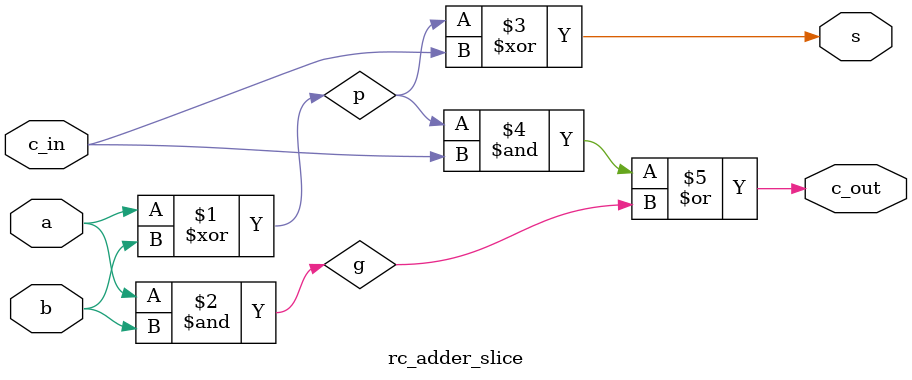
<source format=sv>
module rc_adder_slice (input logic a,b,c_in, output logic s,c_out);

    logic p, g;

    assign p = a ^ b;
    assign g = a & b;

    assign s = p ^ c_in;
    assign c_out = (p & c_in) | g;

endmodule

</source>
